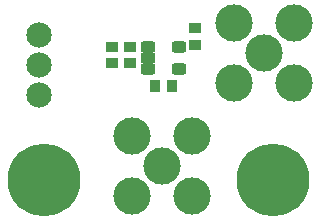
<source format=gts>
G04*
G04 #@! TF.GenerationSoftware,Altium Limited,Altium Designer,21.2.2 (38)*
G04*
G04 Layer_Color=8388736*
%FSLAX25Y25*%
%MOIN*%
G70*
G04*
G04 #@! TF.SameCoordinates,DFD624CB-2947-408E-94CE-297F991FFE17*
G04*
G04*
G04 #@! TF.FilePolarity,Negative*
G04*
G01*
G75*
%ADD16R,0.04143X0.03750*%
%ADD17R,0.03750X0.04143*%
G04:AMPARAMS|DCode=18|XSize=39.65mil|YSize=49.5mil|CornerRadius=10.95mil|HoleSize=0mil|Usage=FLASHONLY|Rotation=90.000|XOffset=0mil|YOffset=0mil|HoleType=Round|Shape=RoundedRectangle|*
%AMROUNDEDRECTD18*
21,1,0.03965,0.02760,0,0,90.0*
21,1,0.01776,0.04950,0,0,90.0*
1,1,0.02190,0.01380,0.00888*
1,1,0.02190,0.01380,-0.00888*
1,1,0.02190,-0.01380,-0.00888*
1,1,0.02190,-0.01380,0.00888*
%
%ADD18ROUNDEDRECTD18*%
%ADD19C,0.24222*%
%ADD20C,0.12411*%
%ADD21C,0.08474*%
D16*
X164173Y164961D02*
D03*
Y159449D02*
D03*
X142500Y153244D02*
D03*
Y158756D02*
D03*
X136500Y153244D02*
D03*
Y158756D02*
D03*
D17*
X150744Y145500D02*
D03*
X156256D02*
D03*
D18*
X148480Y158740D02*
D03*
Y155000D02*
D03*
Y151260D02*
D03*
X158520D02*
D03*
Y158740D02*
D03*
D19*
X190051Y114173D02*
D03*
X113673D02*
D03*
D20*
X187000Y156500D02*
D03*
X197000Y146500D02*
D03*
X177000D02*
D03*
X197000Y166500D02*
D03*
X177000D02*
D03*
X153000Y119000D02*
D03*
X163000Y109000D02*
D03*
X143000D02*
D03*
X163000Y129000D02*
D03*
X143000D02*
D03*
D21*
X112000Y142500D02*
D03*
Y152500D02*
D03*
Y162500D02*
D03*
M02*

</source>
